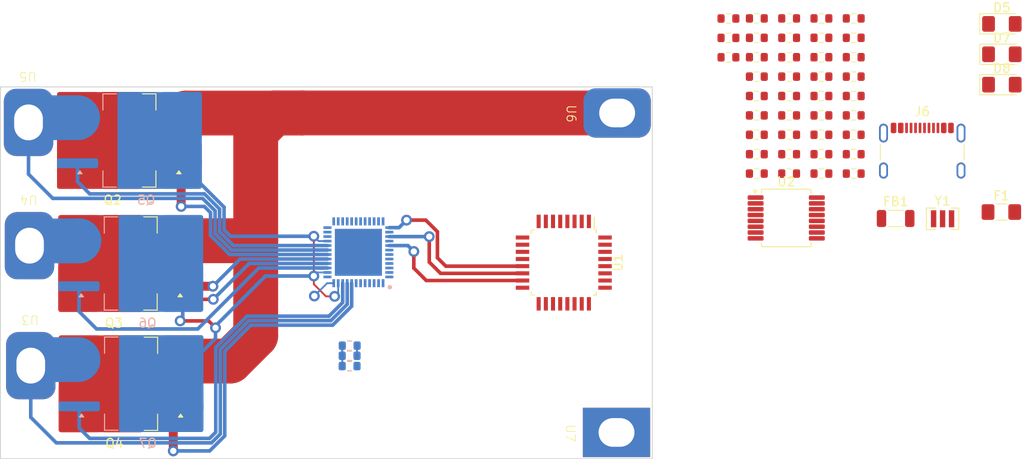
<source format=kicad_pcb>
(kicad_pcb (version 20240108) (generator "pcbnew") (generator_version "8.0")
  (layers (0 "F.Cu" signal) (31 "B.Cu" signal) (34 "B.Paste" user) (35 "F.Paste" user) (36 "B.SilkS" user "B.Silkscreen") (37 "F.SilkS" user "F.Silkscreen") (38 "B.Mask" user) (39 "F.Mask" user) (44 "Edge.Cuts" user))
  (net 0 "")
  (net 1 "+5V")
  (net 2 "R_SHUNT1_N")
  (net 3 "MOTOR_U")
  (net 4 "V_BAT")
  (net 5 "R_SHUNT1_P")
  (net 6 "nOCTW")
  (net 7 "nFAULT")
  (net 8 "PWM_A_H")
  (net 9 "PWM_A_L")
  (net 10 "PWM_B_H")
  (net 11 "PWM_B_L")
  (net 12 "PWM_C_H")
  (net 13 "PWM_C_L")
  (net 14 "SO1")
  (net 15 "SO2")
  (net 16 "GL_C")
  (net 17 "GH_C")
  (net 18 "GL_B")
  (net 19 "GH_B")
  (net 20 "GL_A")
  (net 21 "GH_A")
  (net 22 "MOTOR_V")
  (net 23 "MOTOR_W")
  (net 24 "RST")
  (net 25 "TXu_0")
  (net 26 "RXu_0")
  (net 27 "VDD_3V3")
  (net 29 "Net-(U1-(XTAL1)PB6)")
  (net 30 "Net-(U1-(XTAL2)PB7)")
  (net 44 "Net-(IC1-VREF)")
  (net 45 "PHCM_U")
  (net 46 "PHCM_M")
  (net 47 "VIRTUAL_N")
  (net 48 "PHV_U")
  (net 49 "PHV_V")
  (net 50 "PHV_W")
  (net 51 "Net-(U2-~{RTS})")
  (net 52 "Net-(D5-A)")
  (net 53 "Net-(D7-K)")
  (net 54 "Net-(D7-A)")
  (net 55 "Net-(D8-K)")
  (net 56 "Net-(D8-A)")
  (net 57 "Net-(F1-Pad2)")
  (net 59 "D+")
  (net 66 "Net-(C25-Pad1)")
  (net 72 "SO_C")
  (net 79 "SO_B")
  (net 90 "SO_A")
  (net 98 "Net-(R6-Pad1)")
  (net 101 "GND")
  (net 102 "R_SHUNT2_N")
  (footprint "Dam_libkicad:0603" (layer "F.Cu") (at 123.745 52.04)
    (property "Reference" "R27" (hide yes))
    (property "Value" "R")
  )
  (footprint "Dam_libkicad:0603" (layer "F.Cu") (at 127.345 39.05)
    (property "Reference" "R30" (hide yes))
    (property "Value" "R")
  )
  (footprint "Dam_libkicad:0603" (layer "F.Cu") (at 127.345 49.875)
    (property "Reference" "R46" (hide yes))
    (property "Value" "1K")
  )
  (footprint "Dam_libkicad:0603" (layer "F.Cu") (at 120.145 45.545)
    (property "Reference" "C47" (hide yes))
    (property "Value" "100nF")
  )
  (footprint "Dam_libkicad:PAD_Connector" (layer "F.Cu") (at 35.45 62.25 180)
    (property "Reference" "U4")
    (property "Value" "~")
  )
  (footprint "Package_TO_SOT_SMD:TO-263-2" (layer "F.Cu") (at 44.86 64.24 180)
    (property "Reference" "Q3")
    (property "Value" "NMOS")
  )
  (footprint "Dam_libkicad:0603" (layer "F.Cu") (at 127.345 52.04)
    (property "Reference" "R47" (hide yes))
    (property "Value" "1K")
  )
  (footprint "Dam_libkicad:0603" (layer "F.Cu") (at 127.345 47.71)
    (property "Reference" "R34" (hide yes))
    (property "Value" "R")
  )
  (footprint "Dam_libkicad:0603" (layer "F.Cu") (at 127.345 36.885)
    (property "Reference" "R29" (hide yes))
    (property "Value" "R")
  )
  (footprint "Dam_libkicad:0603" (layer "F.Cu") (at 127.345 45.545)
    (property "Reference" "R33" (hide yes))
    (property "Value" "R")
  )
  (footprint "Dam_libkicad:PAD_Connector" (layer "F.Cu") (at 35.59 75.64 180)
    (property "Reference" "U3")
    (property "Value" "~")
  )
  (footprint "Connector_USB:USB_C_Receptacle_GCT_USB4105-xx-A_16P_TopMnt_Horizontal" (layer "F.Cu") (at 134.99 52.7875)
    (property "Reference" "J6")
    (property "Value" "USB_C_Receptacle_USB2.0")
  )
  (footprint "Dam_libkicad:0603" (layer "F.Cu") (at 120.145 36.885)
    (property "Reference" "C28" (hide yes))
    (property "Value" "1nF")
  )
  (footprint "Dam_libkicad:0603" (layer "F.Cu") (at 113.38 36.895)
    (property "Reference" "C3" (hide yes))
    (property "Value" "C")
  )
  (footprint "Dam_libkicad:0603" (layer "F.Cu") (at 123.745 47.71)
    (property "Reference" "R25" (hide yes))
    (property "Value" "R")
  )
  (footprint "Dam_libkicad:0603" (layer "F.Cu") (at 123.745 41.215)
    (property "Reference" "R7" (hide yes))
    (property "Value" "R")
  )
  (footprint "Dam_libkicad:PAD_Connector" (layer "F.Cu") (at 100.9 83.1 -90)
    (property "Reference" "U7")
    (property "Value" "~")
  )
  (footprint "Dam_libkicad:0603" (layer "F.Cu") (at 120.145 52.04)
    (property "Reference" "R3" (hide yes))
    (property "Value" "R")
  )
  (footprint "Package_TO_SOT_SMD:TO-263-2" (layer "F.Cu") (at 44.72 50.51 180)
    (property "Reference" "Q2")
    (property "Value" "NMOS")
  )
  (footprint "Dam_libkicad:0603" (layer "F.Cu") (at 116.545 39.05)
    (property "Reference" "C2" (hide yes))
    (property "Value" "1uF")
  )
  (footprint "Dam_libkicad:0603" (layer "F.Cu") (at 120.145 41.215)
    (property "Reference" "C45" (hide yes))
    (property "Value" "4.7uF_16V")
  )
  (footprint "Dam_libkicad:0603" (layer "F.Cu") (at 116.545 36.885)
    (property "Reference" "C1" (hide yes))
    (property "Value" "1uF")
  )
  (footprint "Dam_libkicad:0603" (layer "F.Cu") (at 120.145 39.05)
    (property "Reference" "C44" (hide yes))
    (property "Value" "1uF")
  )
  (footprint "Dam_libkicad:0603" (layer "F.Cu") (at 116.545 47.71)
    (property "Reference" "C24" (hide yes))
    (property "Value" "1uF")
  )
  (footprint "Dam_libkicad:0603" (layer "F.Cu") (at 116.545 54.205)
    (property "Reference" "C27" (hide yes))
    (property "Value" "2.2nF")
  )
  (footprint "Dam_libkicad:0603" (layer "F.Cu") (at 116.545 43.38)
    (property "Reference" "C6" (hide yes))
    (property "Value" "2.2nF")
  )
  (footprint "LED_SMD:LED_1206_3216Metric_Pad1.42x1.75mm_HandSolder" (layer "F.Cu") (at 143.865 44.2775)
    (property "Reference" "D8")
    (property "Value" "TX")
  )
  (footprint "Dam_libkicad:TQFP32m" (layer "F.Cu") (at 95.02 64.14 -90)
    (property "Reference" "U1")
    (property "Value" "ATmega328P-AU_full")
  )
  (footprint "Fuse:Fuse_1206_3216Metric_Pad1.42x1.75mm_HandSolder" (layer "F.Cu") (at 143.81 58.4975)
    (property "Reference" "F1")
    (property "Value" "Fuse")
  )
  (footprint "Dam_libkicad:0603" (layer "F.Cu") (at 113.38 41.225)
    (property "Reference" "C7" (hide yes))
    (property "Value" "C")
  )
  (footprint "Dam_libkicad:PAD_Connector" (layer "F.Cu") (at 100.97 47.44 -90)
    (property "Reference" "U6")
    (property "Value" "~")
  )
  (footprint "Dam_libkicad:0603" (layer "F.Cu") (at 123.745 43.38)
    (property "Reference" "R8" (hide yes))
    (property "Value" "R")
  )
  (footprint "Dam_libkicad:0603" (layer "F.Cu") (at 116.545 45.545)
    (property "Reference" "C9" (hide yes))
    (property "Value" "1uF")
  )
  (footprint "Dam_libkicad:PAD_Connector" (layer "F.Cu") (at 35.34 48.49 180)
    (property "Reference" "U5")
    (property "Value" "~")
  )
  (footprint "Dam_libkicad:0603" (layer "F.Cu") (at 116.545 52.04)
    (property "Reference" "C26" (hide yes))
    (property "Value" "2.2nF")
  )
  (footprint "Inductor_SMD:L_1206_3216Metric" (layer "F.Cu") (at 132.02 59.2175)
    (property "Reference" "FB1")
    (property "Value" "FerriteBead")
  )
  (footprint "Dam_libkicad:0603" (layer "F.Cu") (at 120.145 49.875)
    (property "Reference" "R2" (hide yes))
    (property "Value" "R")
  )
  (footprint "Dam_libkicad:0603" (layer "F.Cu") (at 123.745 49.875)
    (property "Reference" "R26" (hide yes))
    (property "Value" "R")
  )
  (footprint "Dam_libkicad:osc_CSTCE" (layer "F.Cu") (at 137.255 59.2525)
    (property "Reference" "Y1")
    (property "Value" "CSTCE")
  )
  (footprint "Dam_libkicad:0603" (layer "F.Cu") (at 123.745 39.05)
    (property "Reference" "R6" (hide yes))
    (property "Value" "R")
  )
  (footprint "LED_SMD:LED_1206_3216Metric_Pad1.42x1.75mm_HandSolder" (layer "F.Cu") (at 143.865 40.8875)
    (property "Reference" "D7")
    (property "Value" "RX")
  )
  (footprint "LED_SMD:LED_1206_3216Metric_Pad1.42x1.75mm_HandSolder" (layer "F.Cu") (at 143.865 37.4975)
    (property "Reference" "D5")
    (property "Value" "LED")
  )
  (footprint "Dam_libkicad:0603" (layer "F.Cu") (at 123.745 36.885)
    (property "Reference" "R5" (hide yes))
    (property "Value" "R")
  )
  (footprint "Dam_libkicad:0603" (layer "F.Cu") (at 127.345 43.38)
    (property "Reference" "R32" (hide yes))
    (property "Value" "R")
  )
  (footprint "Dam_libkicad:0603" (layer "F.Cu") (at 123.745 45.545)
    (property "Reference" "R9" (hide yes))
    (property "Value" "R")
  )
  (footprint "Dam_libkicad:0603" (layer "F.Cu") (at 113.38 39.06)
    (property "Reference" "C4" (hide yes))
    (property "Value" "C")
  )
  (footprint "Dam_libkicad:0603" (layer "F.Cu") (at 123.745 54.205)
    (property "Reference" "R28" (hide yes))
    (property "Value" "R")
  )
  (footprint "Package_SO:SSOP-16_5.3x6.2mm_P0.65mm" (layer "F.Cu") (at 119.82 59.1575)
    (property "Reference" "U2")
    (property "Value" "FT230XS")
  )
  (footprint "Dam_libkicad:0603" (layer "F.Cu") (at 116.545 41.215)
    (property "Reference" "C5" (hide yes))
    (property "Value" "22nF")
  )
  (footprint "Dam_libkicad:0603" (layer "F.Cu") (at 116.545 49.875)
    (property "Reference" "C25" (hide yes))
    (property "Value" "1uF")
  )
  (footprint "Dam_libkicad:0603" (layer "F.Cu") (at 127.345 54.205)
    (property "Reference" "R48" (hide yes))
    (property "Value" "1K")
  )
  (footprint "Dam_libkicad:0603" (layer "F.Cu") (at 120.145 47.71)
    (property "Reference" "R1" (hide yes))
    (property "Value" "R")
  )
  (footprint "Dam_libkicad:0603" (layer "F.Cu") (at 120.145 54.205)
    (property "Reference" "R4" (hide yes))
    (property "Value" "R")
  )
  (footprint "Dam_libkicad:0603" (layer "F.Cu") (at 127.345 41.215)
    (property "Reference" "R31" (hide yes))
    (property "Value" "R")
  )
  (footprint "Package_TO_SOT_SMD:TO-263-2" (layer "F.Cu") (at 44.91 77.67 180)
    (property "Reference" "Q4")
    (property "Value" "NMOS")
  )
  (footprint "Dam_libkicad:0603" (layer "F.Cu") (at 120.145 43.38)
    (property "Reference" "C46" (hide yes))
    (property "Value" "100nF")
  )
  (footprint "Package_TO_SOT_SMD:TO-263-2" (layer "B.Cu") (at 48.61 64.24)
    (property "Reference" "Q6")
    (property "Value" "NMOS")
  )
  (footprint "Package_TO_SOT_SMD:TO-263-2" (layer "B.Cu") (at 48.46 50.51)
    (property "Reference" "Q5")
    (property "Value" "NMOS")
  )
  (footprint "Dam_libkicad:QFN50P700X700X100-49N-D" (layer "B.Cu") (at 72.12 62.99 90)
    (property "Reference" "IC1" (hide yes))
    (property "Value" "DRV8302DCA" (hide yes))
  )
  (footprint "Dam_libkicad:0603" (layer "B.Cu") (at 71.15 73.41 180)
    (property "Reference" "R24" (hide yes))
    (property "Value" "R")
  )
  (footprint "Dam_libkicad:0603" (layer "B.Cu") (at 71.14 75.69)
    (property "Reference" "R35" (hide yes))
    (property "Value" "1")
  )
  (footprint "Package_TO_SOT_SMD:TO-263-2" (layer "B.Cu") (at 48.64 77.65)
    (property "Reference" "Q7")
    (property "Value" "NMOS")
  )
  (footprint "Dam_libkicad:0603" (layer "B.Cu") (at 71.14 74.54 180)
    (property "Reference" "C23" (hide yes))
    (property "Value" "C")
  )
  (gr_rect (start 32.21 44.53) (end 104.89 86.03) (stroke (width 0.1)) (fill none) (layer "Edge.Cuts"))
  (via micro (at 67.21 67.87) (size 1.2) (drill 0.7) (layers "F.Cu" "B.Cu") (net 2))
  (segment (start 70.325 73.41) (end 70.325 75.68) (width 0.2) (layer "B.Cu") (net 2))
  (segment (start 67.31 67.76) (end 68.63 66.44) (width 0.2) (layer "B.Cu") (net 2))
  (segment (start 68.63 66.44) (end 69.37 66.44) (width 0.2) (layer "B.Cu") (net 2))
  (segment (start 70.325 75.68) (end 70.315 75.69) (width 0.2) (layer "B.Cu") (net 2))
  (segment (start 70.315 73.42) (end 70.315 74.54) (width 0.2) (layer "B.Cu") (net 2))
  (segment (start 67.21 67.93) (end 67.21 67.87) (width 0.2) (layer "B.Cu") (net 2))
  (segment (start 67.31 68.03) (end 67.21 67.93) (width 0.2) (layer "B.Cu") (net 2))
  (segment (start 70.325 73.41) (end 70.315 73.42) (width 0.2) (layer "B.Cu") (net 2))
  (segment (start 67.31 68.03) (end 67.31 67.76) (width 0.2) (layer "B.Cu") (net 2))
  (segment (start 40.91 74.97) (end 36.26 74.97) (width 0.4) (layer "F.Cu") (net 3))
  (segment (start 36.26 74.97) (end 35.59 75.64) (width 0.4) (layer "F.Cu") (net 3))
  (segment (start 40.985 74.895) (end 40.91 74.97) (width 0.4) (layer "F.Cu") (net 3))
  (segment (start 56.72 83.272894) (end 55.732894 84.26) (width 0.4) (layer "B.Cu") (net 3))
  (segment (start 40.85 74.97) (end 36.26 74.97) (width 5) (layer "B.Cu") (net 3))
  (segment (start 35.59 81.41) (end 35.59 75.64) (width 0.4) (layer "B.Cu") (net 3))
  (segment (start 55.732894 84.26) (end 38.44 84.26) (width 0.4) (layer "B.Cu") (net 3))
  (segment (start 38.44 84.26) (end 35.59 81.41) (width 0.4) (layer "B.Cu") (net 3))
  (segment (start 70.87 66.44) (end 70.87 68.797106) (width 0.4) (layer "B.Cu") (net 3))
  (segment (start 40.99 75.11) (end 40.85 74.97) (width 0.4) (layer "B.Cu") (net 3))
  (segment (start 56.72 73.812894) (end 56.72 83.272894) (width 0.4) (layer "B.Cu") (net 3))
  (segment (start 69.047106 70.62) (end 59.912893 70.62) (width 0.4) (layer "B.Cu") (net 3))
  (segment (start 59.912893 70.62) (end 56.72 73.812894) (width 0.4) (layer "B.Cu") (net 3))
  (segment (start 70.87 68.797106) (end 69.047106 70.62) (width 0.4) (layer "B.Cu") (net 3))
  (segment (start 36.26 74.97) (end 35.59 75.64) (width 5) (layer "B.Cu") (net 3))
  (segment (start 62.77 47.44) (end 65.84 47.44) (width 5) (layer "F.Cu") (net 4))
  (segment (start 52.56 75.13) (end 57.84 75.13) (width 5) (layer "F.Cu") (net 4))
  (segment (start 52.37 47.97) (end 52.89 47.45) (width 5) (layer "F.Cu") (net 4))
  (segment (start 60.67 49.54) (end 62.77 47.44) (width 5) (layer "F.Cu") (net 4))
  (segment (start 60.67 72.3) (end 60.67 61.7) (width 5) (layer "F.Cu") (net 4))
  (segment (start 60.67 61.7) (end 60.67 49.54) (width 5) (layer "F.Cu") (net 4))
  (segment (start 52.51 61.7) (end 60.67 61.7) (width 5) (layer "F.Cu") (net 4))
  (segment (start 65.83 47.45) (end 65.84 47.44) (width 5) (layer "F.Cu") (net 4))
  (segment (start 57.84 75.13) (end 60.67 72.3) (width 5) (layer "F.Cu") (net 4))
  (segment (start 65.84 47.44) (end 100.97 47.44) (width 5) (layer "F.Cu") (net 4))
  (segment (start 52.89 47.45) (end 65.83 47.45) (width 5) (layer "F.Cu") (net 4))
  (segment (start 55.42 70.65) (end 52.25 70.65) (width 0.4) (layer "F.Cu") (net 5))
  (segment (start 68.51 67.91) (end 67.15 66.55) (width 0.2) (layer "F.Cu") (net 5))
  (segment (start 67.15 66.55) (end 67.15 65.64) (width 0.2) (layer "F.Cu") (net 5))
  (segment (start 56.19 71.42) (end 55.42 70.65) (width 0.4) (layer "F.Cu") (net 5))
  (segment (start 69.47 67.91) (end 68.51 67.91) (width 0.2) (layer "F.Cu") (net 5))
  (segment (start 67.15 65.64) (end 67.15 61.2) (width 0.2) (layer "F.Cu") (net 5))
  (via micro (at 67.15 61.2) (size 1.2) (drill 0.7) (layers "F.Cu" "B.Cu") (net 5))
  (via micro (at 67.15 65.64) (size 1.2) (drill 0.7) (layers "F.Cu" "B.Cu") (net 5))
  (via micro (at 56.19 71.42) (size 1.2) (drill 0.7) (layers "F.Cu" "B.Cu") (net 5))
  (via micro (at 52.25 70.65) (size 1.2) (drill 0.7) (layers "F.Cu" "B.Cu") (net 5))
  (via micro (at 69.47 67.91) (size 1.2) (drill 0.7) (layers "F.Cu" "B.Cu") (net 5))
  (segment (start 67.69 61.74) (end 67.15 61.2) (width 0.2) (layer "B.Cu") (net 5))
  (segment (start 57.14 57.948681) (end 57.14 60.488682) (width 0.4) (layer "B.Cu") (net 5))
  (segment (start 56.19 71.42) (end 56.19 71.20605) (width 0.4) (layer "B.Cu") (net 5))
  (segment (start 57.851318 61.2) (end 67.15 61.2) (width 0.4) (layer "B.Cu") (net 5))
  (segment (start 67.55 65.24) (end 68.67 65.24) (width 0.2) (layer "B.Cu") (net 5))
  (segment (start 71.965 73.42) (end 71.965 74.54) (width 0.2) (layer "B.Cu") (net 5))
  (segment (start 69.87 67.51) (end 69.87 66.44) (width 0.2) (layer "B.Cu") (net 5))
  (segment (start 57.14 60.488682) (end 57.851318 61.2) (width 0.4) (layer "B.Cu") (net 5))
  (segment (start 68.67 61.74) (end 67.69 61.74) (width 0.2) (layer "B.Cu") (net 5))
  (segment (start 56.19 71.42) (end 56.19 72.6) (width 0.4) (layer "B.Cu") (net 5))
  (segment (start 61.75605 65.64) (end 67.15 65.64) (width 0.4) (layer "B.Cu") (net 5))
  (segment (start 67.15 65.64) (end 67.55 65.24) (width 0.2) (layer "B.Cu") (net 5))
  (segment (start 52.25 70.65) (end 52.535 70.365) (width 0.4) (layer "B.Cu") (net 5))
  (segment (start 69.47 67.91) (end 69.87 67.51) (width 0.2) (layer "B.Cu") (net 5))
  (segment (start 56.19 71.20605) (end 61.75605 65.64) (width 0.4) (layer "B.Cu") (net 5))
  (segment (start 71.975 73.41) (end 71.965 73.42) (width 0.2) (layer "B.Cu") (net 5))
  (segment (start 52.535 70.365) (end 52.535 67.015) (width 0.4) (layer "B.Cu") (net 5))
  (segment (start 52.385 53.285) (end 52.476319 53.285) (width 0.4) (layer "B.Cu") (net 5))
  (segment (start 56.19 72.6) (end 53.915 74.875) (width 0.4) (layer "B.Cu") (net 5))
  (segment (start 53.915 74.875) (end 52.565 74.875) (width 0.4) (layer "B.Cu") (net 5))
  (segment (start 52.476319 53.285) (end 57.14 57.948681) (width 0.4) (layer "B.Cu") (net 5))
  (segment (start 79.64 59.4) (end 80.93 60.69) (width 0.4) (layer "F.Cu") (net 8))
  (segment (start 81.87 64.54) (end 90.42 64.54) (width 0.4) (layer "F.Cu") (net 8))
  (segment (start 80.93 60.69) (end 80.93 63.6) (width 0.4) (layer "F.Cu") (net 8))
  (segment (start 77.49 59.4) (end 79.64 59.4) (width 0.4) (layer "F.Cu") (net 8))
  (segment (start 80.93 63.6) (end 81.87 64.54) (width 0.4) (layer "F.Cu") (net 8))
  (via micro (at 77.49 59.4) (size 1.2) (drill 0.7) (layers "F.Cu" "B.Cu") (net 8))
  (segment (start 77.49 59.4) (end 76.65 60.24) (width 0.4) (layer "B.Cu") (net 8))
  (segment (start 76.65 60.24) (end 75.57 60.24) (width 0.4) (layer "B.Cu") (net 8))
  (segment (start 80.02 61.24) (end 80.02 64.082794) (width 0.4) (layer "F.Cu") (net 10))
  (segment (start 81.277206 65.34) (end 90.42 65.34) (width 0.4) (layer "F.Cu") (net 10))
  (segment (start 80.02 64.082794) (end 81.277206 65.34) (width 0.4) (layer "F.Cu") (net 10))
  (via micro (at 80.02 61.24) (size 1.2) (drill 0.7) (layers "F.Cu" "B.Cu") (net 10))
  (segment (start 80.02 61.24) (end 75.57 61.24) (width 0.4) (layer "B.Cu") (net 10))
  (segment (start 79.69 66.14) (end 90.42 66.14) (width 0.4) (layer "F.Cu") (net 12))
  (segment (start 78.3 62.9) (end 78.3 64.75) (width 0.4) (layer "F.Cu") (net 12))
  (segment (start 78.3 64.75) (end 79.69 66.14) (width 0.4) (layer "F.Cu") (net 12))
  (via micro (at 78.3 62.9) (size 1.2) (drill 0.7) (layers "F.Cu" "B.Cu") (net 12))
  (segment (start 78.3 62.9) (end 77.64 62.24) (width 0.4) (layer "B.Cu") (net 12))
  (segment (start 77.64 62.24) (end 75.57 62.24) (width 0.4) (layer "B.Cu") (net 12))
  (segment (start 42.17 56.47) (end 40.81 55.11) (width 0.4) (layer "B.Cu") (net 16))
  (segment (start 56.64 58.155787) (end 54.954213 56.47) (width 0.4) (layer "B.Cu") (net 16))
  (segment (start 58.184212 62.24) (end 56.64 60.695788) (width 0.4) (layer "B.Cu") (net 16))
  (segment (start 68.67 62.24) (end 58.184212 62.24) (width 0.4) (layer "B.Cu") (net 16))
  (segment (start 54.954213 56.47) (end 42.17 56.47) (width 0.4) (layer "B.Cu") (net 16))
  (segment (start 40.81 55.11) (end 40.81 53.05) (width 0.4) (layer "B.Cu") (net 16))
  (segment (start 56.64 60.695788) (end 56.64 58.155787) (width 0.4) (layer "B.Cu") (net 16))
  (segment (start 52.36 53.06) (end 52.37 53.05) (width 0.4) (layer "F.Cu") (net 17))
  (segment (start 52.36 57.87) (end 52.36 53.06) (width 1) (layer "F.Cu") (net 17))
  (via micro (at 52.36 57.87) (size 1.2) (drill 0.7) (layers "F.Cu" "B.Cu") (net 17))
  (segment (start 52.36 57.87) (end 54.94 57.87) (width 0.4) (layer "B.Cu") (net 17))
  (segment (start 57.77 63.24) (end 68.67 63.24) (width 0.4) (layer "B.Cu") (net 17))
  (segment (start 55.64 61.11) (end 57.77 63.24) (width 0.4) (layer "B.Cu") (net 17))
  (segment (start 54.94 57.87) (end 55.64 58.57) (width 0.4) (layer "B.Cu") (net 17))
  (segment (start 55.64 58.57) (end 55.64 61.11) (width 0.4) (layer "B.Cu") (net 17))
  (segment (start 40.97 66.79) (end 40.97 69.59) (width 0.4) (layer "B.Cu") (net 18))
  (segment (start 42.93 71.55) (end 54.21 71.55) (width 0.4) (layer "B.Cu") (net 18))
  (segment (start 40.96 66.78) (end 40.97 66.79) (width 0.4) (layer "B.Cu") (net 18))
  (segment (start 54.21 71.55) (end 61.02 64.74) (width 0.4) (layer "B.Cu") (net 18))
  (segment (start 61.02 64.74) (end 68.67 64.74) (width 0.4) (layer "B.Cu") (net 18))
  (segment (start 40.97 69.59) (end 42.93 71.55) (width 0.4) (layer "B.Cu") (net 18))
  (segment (start 55.9 66.78) (end 52.51 66.78) (width 1) (layer "F.Cu") (net 19))
  (via micro (at 55.9 66.78) (size 1.2) (drill 0.7) (layers "F.Cu" "B.Cu") (net 19))
  (segment (start 58.94 63.74) (end 68.67 63.74) (width 0.4) (layer "B.Cu") (net 19))
  (segment (start 55.9 66.78) (end 58.94 63.74) (width 0.4) (layer "B.Cu") (net 19))
  (segment (start 55.525788 83.76) (end 42.15 83.76) (width 0.4) (layer "B.Cu") (net 20))
  (segment (start 56.22 83.065788) (end 55.525788 83.76) (width 0.4) (layer "B.Cu") (net 20))
  (segment (start 70.37 68.59) (end 68.84 70.12) (width 0.4) (layer "B.Cu") (net 20))
  (segment (start 40.99 82.6) (end 40.99 80.19) (width 0.4) (layer "B.Cu") (net 20))
  (segment (start 59.705787 70.12) (end 56.22 73.605788) (width 0.4) (layer "B.Cu") (net 20))
  (segment (start 68.84 70.12) (end 59.705787 70.12) (width 0.4) (layer "B.Cu") (net 20))
  (segment (start 70.37 66.44) (end 70.37 68.59) (width 0.4) (layer "B.Cu") (net 20))
  (segment (start 56.22 73.605788) (end 56.22 83.065788) (width 0.4) (layer "B.Cu") (net 20))
  (segment (start 42.15 83.76) (end 40.99 82.6) (width 0.4) (layer "B.Cu") (net 20))
  (segment (start 51.48 85.16) (end 51.48 81.29) (width 1) (layer "F.Cu") (net 21))
  (segment (start 51.48 81.29) (end 52.56 80.21) (width 1) (layer "F.Cu") (net 21))
  (via micro (at 51.48 85.16) (size 1.2) (drill 0.7) (layers "F.Cu" "B.Cu") (net 21))
  (segment (start 69.254213 71.12) (end 71.37 69.004212) (width 0.4) (layer "B.Cu") (net 21))
  (segment (start 60.12 71.12) (end 69.254213 71.12) (width 0.4) (layer "B.Cu") (net 21))
  (segment (start 71.37 69.004212) (end 71.37 66.44) (width 0.4) (layer "B.Cu") (net 21))
  (segment (start 55.54 85.16) (end 57.22 83.48) (width 0.4) (layer "B.Cu") (net 21))
  (segment (start 57.22 83.48) (end 57.22 74.02) (width 0.4) (layer "B.Cu") (net 21))
  (segment (start 51.48 85.16) (end 55.54 85.16) (width 0.4) (layer "B.Cu") (net 21))
  (segment (start 57.22 74.02) (end 60.12 71.12) (width 0.4) (layer "B.Cu") (net 21))
  (segment (start 35.835 62.635) (end 35.45 62.25) (width 0.4) (layer "F.Cu") (net 22))
  (segment (start 55.94 68.24) (end 47.01 68.24) (width 0.4) (layer "F.Cu") (net 22))
  (segment (start 47.01 68.24) (end 45.785 67.015) (width 0.4) (layer "F.Cu") (net 22))
  (segment (start 40.935 61.465) (end 39.765 62.635) (width 0.4) (layer "F.Cu") (net 22))
  (segment (start 39.765 62.635) (end 35.835 62.635) (width 0.4) (layer "F.Cu") (net 22))
  (via micro (at 55.94 68.24) (size 1.2) (drill 0.7) (layers "F.Cu" "B.Cu") (net 22))
  (segment (start 55.94 68.24) (end 59.94 64.24) (width 0.4) (layer "B.Cu") (net 22))
  (segment (start 40.96 61.7) (end 40.94 61.72) (width 5) (layer "B.Cu") (net 22))
  (segment (start 59.94 64.24) (end 68.67 64.24) (width 0.4) (layer "B.Cu") (net 22))
  (segment (start 35.98 61.72) (end 35.45 62.25) (width 5) (layer "B.Cu") (net 22))
  (segment (start 40.94 61.72) (end 35.98 61.72) (width 5) (layer "B.Cu") (net 22))
  (segment (start 36.095 47.735) (end 35.34 48.49) (width 0.4) (layer "F.Cu") (net 23))
  (segment (start 40.795 47.735) (end 36.095 47.735) (width 0.4) (layer "F.Cu") (net 23))
  (segment (start 54.747107 56.97) (end 38.04 56.97) (width 0.4) (layer "B.Cu") (net 23))
  (segment (start 35.34 54.27) (end 35.34 48.49) (width 0.4) (layer "B.Cu") (net 23))
  (segment (start 68.67 62.74) (end 57.977106 62.74) (width 0.4) (layer "B.Cu") (net 23))
  (segment (start 35.86 47.97) (end 35.34 48.49) (width 5) (layer "B.Cu") (net 23))
  (segment (start 57.977106 62.74) (end 56.14 60.902894) (width 0.4) (layer "B.Cu") (net 23))
  (segment (start 56.14 58.362893) (end 54.747107 56.97) (width 0.4) (layer "B.Cu") (net 23))
  (segment (start 56.14 60.902894) (end 56.14 58.362893) (width 0.4) (layer "B.Cu") (net 23))
  (segment (start 40.81 47.97) (end 35.86 47.97) (width 5) (layer "B.Cu") (net 23))
  (segment (start 38.04 56.97) (end 35.34 54.27) (width 0.4) (layer "B.Cu") (net 23))
)
</source>
